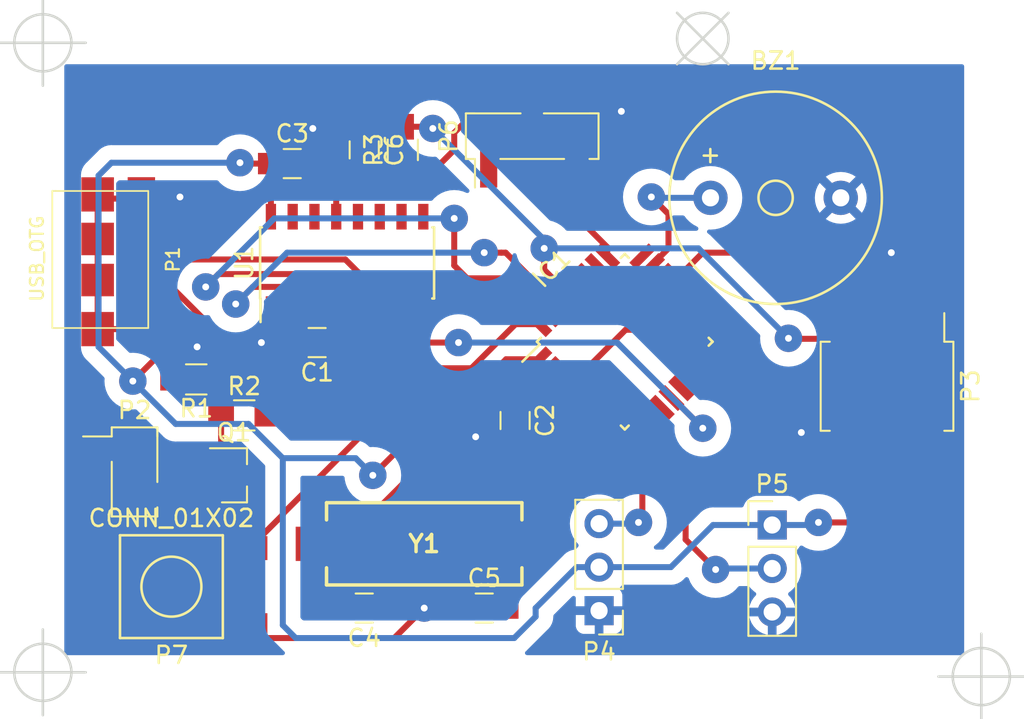
<source format=kicad_pcb>
(kicad_pcb (version 20221018) (generator pcbnew)
  (layers (0 "F.Cu" signal) (31 "B.Cu" signal) (34 "B.Paste" user) (35 "F.Paste" user) (36 "B.SilkS" user "B.Silkscreen") (37 "F.SilkS" user "F.Silkscreen") (38 "B.Mask" user) (39 "F.Mask" user) (44 "Edge.Cuts" user))
  (net 0 "")
  (net 1 "Net-(P1-Pad6)")
  (net 2 "+5V")
  (net 3 "Net-(P1-Pad2)")
  (net 4 "Net-(P1-Pad3)")
  (net 5 "Net-(P1-Pad4)")
  (net 6 "GND")
  (net 7 "Net-(C4-Pad2)")
  (net 8 "Net-(C5-Pad2)")
  (net 9 "Net-(P2-Pad1)")
  (net 10 "Net-(P2-Pad2)")
  (net 11 "Net-(Q1-Pad1)")
  (net 12 "ENABLE_RELAY")
  (net 13 "RESET")
  (net 14 "MOSI")
  (net 15 "SCK")
  (net 16 "MISO")
  (net 17 "XMIT")
  (net 18 "Net-(IC1-Pad2)")
  (net 19 "Net-(IC1-Pad3)")
  (net 20 "CLKOUT")
  (net 21 "Net-(IC1-Pad11)")
  (net 22 "Net-(IC1-Pad14)")
  (net 23 "Net-(C1-Pad1)")
  (net 24 "Net-(U1-Pad9)")
  (net 25 "Net-(U1-Pad10)")
  (net 26 "Net-(U1-Pad11)")
  (net 27 "Net-(U1-Pad12)")
  (net 28 "Net-(U1-Pad14)")
  (net 29 "Net-(U1-Pad15)")
  (net 30 "Net-(U1-Pad8)")
  (net 31 "TEMP")
  (net 32 "Net-(IC1-Pad30)")
  (net 33 "Net-(IC1-Pad31)")
  (net 34 "BUZZER")
  (net 35 "Net-(IC1-Pad28)")
  (net 36 "Net-(IC1-Pad27)")
  (net 37 "Net-(IC1-Pad26)")
  (net 38 "LED")
  (net 39 "Net-(IC1-Pad22)")
  (net 40 "Net-(IC1-Pad20)")
  (net 41 "Net-(IC1-Pad19)")
  (net 42 "Net-(IC1-Pad13)")
  (net 43 "Net-(IC1-Pad6)")
  (net 44 "Net-(IC1-Pad24)")
  (net 45 "SWITCH")
  (net 46 "Net-(C6-Pad2)")
  (footprint "osminog:MICRO-B_USB-INVERTED" (layer "F.Cu") (at 99 50.4 -90)
    (fp_text reference "P1" (at 0 -5.842 270) (layer "F.SilkS") (effects (font (size 0.762 0.762) (thickness 0.127))))
    (fp_text value "USB_OTG" (at -0.05 2.09 270) (layer "F.SilkS") (effects (font (size 0.762 0.762) (thickness 0.127))))
    (fp_line (start -4.0005 -4.39928) (end 4.0005 -4.39928) (stroke (width 0.09906)) (layer "F.SilkS"))
    (fp_line (start -4.0005 1.00076) (end -4.0005 -4.39928) (stroke (width 0.09906)) (layer "F.SilkS"))
    (fp_line (start -4.0005 1.00076) (end -4.0005 1.19888) (stroke (width 0.09906)) (layer "F.SilkS"))
    (fp_line (start 4.0005 -4.39928) (end 4.0005 1.00076) (stroke (width 0.09906)) (layer "F.SilkS"))
    (fp_line (start 4.0005 1.00076) (end 4.0005 1.19888) (stroke (width 0.09906)) (layer "F.SilkS"))
    (fp_line (start 4.0005 1.19888) (end -4.0005 1.19888) (stroke (width 0.09906)) (layer "F.SilkS"))
    (pad "1" smd rect (at 1.29794 -4.12496 270) (size 0.39878 1.3462) (layers "F.Cu" "F.Paste" "F.Mask") (net 2 "+5V") (clearance 0.2032))
    (pad "2" smd rect (at 0.6477 -4.12496 270) (size 0.39878 1.3462) (layers "F.Cu" "F.Paste" "F.Mask") (net 3 "Net-(P1-Pad2)") (clearance 0.2032))
    (pad "3" smd rect (at 0 -4.12496 270) (size 0.39878 1.3462) (layers "F.Cu" "F.Paste" "F.Mask") (net 4 "Net-(P1-Pad3)") (clearance 0.2032))
    (pad "4" smd rect (at -0.6477 -4.12496 270) (size 0.39878 1.3462) (layers "F.Cu" "F.Paste" "F.Mask") (net 5 "Net-(P1-Pad4)") (clearance 0.2032))
    (pad "5" smd rect (at -1.29794 -4.12496 270) (size 0.39878 1.3462) (layers "F.Cu" "F.Paste" "F.Mask") (net 6 "GND") (clearance 0.2032))
    (pad "6" smd rect (at -3.79984 -1.4478 270) (size 2 1.89738) (layers "F.Cu" "F.Paste" "F.Mask") (net 1 "Net-(P1-Pad6)"))
    (pad "6" smd rect (at -3.556 -3.99796 270) (size 2.5 1.59766) (layers "F.Cu" "F.Paste" "F.Mask") (net 1 "Net-(P1-Pad6)"))
    (pad "6" smd rect (at -1.19888 -1.4478 270) (size 1.89738 1.89738) (layers "F.Cu" "F.Paste" "F.Mask") (net 1 "Net-(P1-Pad6)"))
    (pad "6" smd rect (at 1.19888 -1.4478 270) (size 1.89992 1.89738) (layers "F.Cu" "F.Paste" "F.Mask") (net 1 "Net-(P1-Pad6)"))
    (pad "6" smd rect (at 3.81 -3.99796 270) (size 2.5 1.59766) (layers "F.Cu" "F.Paste" "F.Mask") (net 1 "Net-(P1-Pad6)"))
    (pad "6" smd rect (at 4.064 -1.4478 270) (size 2 1.89738) (layers "F.Cu" "F.Paste" "F.Mask") (net 1 "Net-(P1-Pad6)"))
  )
  (footprint "greatscottgadgets/gsg-kicad-lib/gsg-modules.pretty:HC-49S" (layer "F.Cu") (at 119.5 67)
    (fp_text reference "Y1" (at 0 0) (layer "F.SilkS") (effects (font (size 1.00076 1.00076) (thickness 0.2032))))
    (fp_text value "12" hide)
    (fp_line (start -5.69976 -2.4003) (end -5.69976 -1.39954) (stroke (width 0.2032)) (layer "F.SilkS"))
    (fp_line (start -5.69976 -2.4003) (end 5.69976 -2.4003) (stroke (width 0.2032)) (layer "F.SilkS"))
    (fp_line (start -5.69976 2.4003) (end -5.69976 1.39954) (stroke (width 0.2032)) (layer "F.SilkS"))
    (fp_line (start -5.69976 2.4003) (end 5.69976 2.4003) (stroke (width 0.2032)) (layer "F.SilkS"))
    (fp_line (start 5.69976 -2.4003) (end 5.69976 -1.39954) (stroke (width 0.2032)) (layer "F.SilkS"))
    (fp_line (start 5.69976 2.4003) (end 5.69976 1.39954) (stroke (width 0.2032)) (layer "F.SilkS"))
    (pad "1" smd rect (at -4.7498 0) (size 5.4991 1.99898) (layers "F.Cu" "F.Paste" "F.Mask") (net 7 "Net-(C4-Pad2)"))
    (pad "2" smd rect (at 4.7498 0) (size 5.4991 1.99898) (layers "F.Cu" "F.Paste" "F.Mask") (net 8 "Net-(C5-Pad2)"))
  )
  (footprint "TO_SOT_Packages_SMD:SOT-23" (layer "F.Cu") (at 108.4 63)
    (fp_text reference "Q1" (at 0 -2.5) (layer "F.SilkS"))
    (fp_text value "BSS138")
    (fp_line (start 0.76 -1.58) (end -1.4 -1.58) (stroke (width 0.12)) (layer "F.SilkS"))
    (fp_line (start 0.76 -1.58) (end 0.76 -0.65) (stroke (width 0.12)) (layer "F.SilkS"))
    (fp_line (start 0.76 1.58) (end -0.7 1.58) (stroke (width 0.12)) (layer "F.SilkS"))
    (fp_line (start 0.76 1.58) (end 0.76 0.65) (stroke (width 0.12)) (layer "F.SilkS"))
    (pad "1" smd rect (at -1 -0.95) (size 0.9 0.8) (layers "F.Cu" "F.Paste" "F.Mask") (net 11 "Net-(Q1-Pad1)"))
    (pad "2" smd rect (at -1 0.95) (size 0.9 0.8) (layers "F.Cu" "F.Paste" "F.Mask") (net 10 "Net-(P2-Pad2)"))
    (pad "3" smd rect (at 1 0) (size 0.9 0.8) (layers "F.Cu" "F.Paste" "F.Mask") (net 9 "Net-(P2-Pad1)"))
  )
  (footprint "Resistors_SMD:R_0805_HandSoldering" (layer "F.Cu") (at 106.2 57.4 180)
    (fp_text reference "R1" (at 0 -1.7 180) (layer "F.SilkS"))
    (fp_text value "10k")
    (fp_line (start -0.6 -0.88) (end 0.6 -0.88) (stroke (width 0.12)) (layer "F.SilkS"))
    (fp_line (start 0.6 0.88) (end -0.6 0.88) (stroke (width 0.12)) (layer "F.SilkS"))
    (pad "1" smd rect (at -1.35 0 180) (size 1.5 1.3) (layers "F.Cu" "F.Paste" "F.Mask") (net 11 "Net-(Q1-Pad1)"))
    (pad "2" smd rect (at 1.35 0 180) (size 1.5 1.3) (layers "F.Cu" "F.Paste" "F.Mask") (net 6 "GND"))
  )
  (footprint "Resistors_SMD:R_0805_HandSoldering" (layer "F.Cu") (at 109 59.5)
    (fp_text reference "R2" (at 0 -1.7) (layer "F.SilkS"))
    (fp_text value "470")
    (fp_line (start -0.6 -0.88) (end 0.6 -0.88) (stroke (width 0.12)) (layer "F.SilkS"))
    (fp_line (start 0.6 0.88) (end -0.6 0.88) (stroke (width 0.12)) (layer "F.SilkS"))
    (pad "1" smd rect (at -1.35 0) (size 1.5 1.3) (layers "F.Cu" "F.Paste" "F.Mask") (net 11 "Net-(Q1-Pad1)"))
    (pad "2" smd rect (at 1.35 0) (size 1.5 1.3) (layers "F.Cu" "F.Paste" "F.Mask") (net 12 "ENABLE_RELAY"))
  )
  (footprint "KiCad/Pin_Headers.pretty:Pin_Header_Straight_2x03_Pitch2.54mm_SMD" (layer "F.Cu") (at 146.5 57.8 -90)
    (fp_text reference "P3" (at 0 -4.87 270) (layer "F.SilkS"))
    (fp_text value "CONN_02X03")
    (fp_line (start -4.27 -3.34) (end -2.6 -3.34) (stroke (width 0.12)) (layer "F.SilkS"))
    (fp_line (start -2.6 -3.87) (end 2.6 -3.87) (stroke (width 0.12)) (layer "F.SilkS"))
    (fp_line (start -2.6 -3.34) (end -2.6 -3.87) (stroke (width 0.12)) (layer "F.SilkS"))
    (fp_line (start -2.6 3.34) (end -2.6 3.87) (stroke (width 0.12)) (layer "F.SilkS"))
    (fp_line (start -2.6 3.87) (end 2.6 3.87) (stroke (width 0.12)) (layer "F.SilkS"))
    (fp_line (start 2.6 -3.87) (end 2.6 -3.34) (stroke (width 0.12)) (layer "F.SilkS"))
    (fp_line (start 2.6 3.87) (end 2.6 3.34) (stroke (width 0.12)) (layer "F.SilkS"))
    (pad "1" smd rect (at -2.77 -2.54 270) (size 3 1) (layers "F.Cu" "F.Mask") (net 16 "MISO"))
    (pad "2" smd rect (at 2.77 -2.54 270) (size 3 1) (layers "F.Cu" "F.Mask") (net 2 "+5V"))
    (pad "3" smd rect (at -2.77 0 270) (size 3 1) (layers "F.Cu" "F.Mask") (net 15 "SCK"))
    (pad "4" smd rect (at 2.77 0 270) (size 3 1) (layers "F.Cu" "F.Mask") (net 14 "MOSI"))
    (pad "5" smd rect (at -2.77 2.54 270) (size 3 1) (layers "F.Cu" "F.Mask") (net 13 "RESET"))
    (pad "6" smd rect (at 2.77 2.54 270) (size 3 1) (layers "F.Cu" "F.Mask") (net 6 "GND"))
  )
  (footprint "KiCad/Pin_Headers.pretty:Pin_Header_Straight_1x03_Pitch2.54mm" (layer "F.Cu") (at 129.7 70.9 180)
    (fp_text reference "P4" (at 0 -2.39 180) (layer "F.SilkS"))
    (fp_text value "CONN_01X03")
    (fp_line (start -1.39 -1.39) (end 0 -1.39) (stroke (width 0.12)) (layer "F.SilkS"))
    (fp_line (start -1.39 0) (end -1.39 -1.39) (stroke (width 0.12)) (layer "F.SilkS"))
    (fp_line (start -1.39 1.27) (end -1.39 6.47) (stroke (width 0.12)) (layer "F.SilkS"))
    (fp_line (start -1.39 6.47) (end 1.39 6.47) (stroke (width 0.12)) (layer "F.SilkS"))
    (fp_line (start 1.39 1.27) (end -1.39 1.27) (stroke (width 0.12)) (layer "F.SilkS"))
    (fp_line (start 1.39 6.47) (end 1.39 1.27) (stroke (width 0.12)) (layer "F.SilkS"))
    (pad "1" thru_hole rect (at 0 0 180) (size 1.7 1.7) (drill 1) (layers "*.Cu" "*.Mask") (net 6 "GND"))
    (pad "2" thru_hole oval (at 0 2.54 180) (size 1.7 1.7) (drill 1) (layers "*.Cu" "*.Mask") (net 2 "+5V"))
    (pad "3" thru_hole oval (at 0 5.08 180) (size 1.7 1.7) (drill 1) (layers "*.Cu" "*.Mask") (net 17 "XMIT"))
  )
  (footprint "KiCad/Pin_Headers.pretty:Pin_Header_Straight_1x03_Pitch2.54mm" (layer "F.Cu") (at 139.8 65.9)
    (fp_text reference "P5" (at 0 -2.39) (layer "F.SilkS"))
    (fp_text value "CONN_01X03")
    (fp_line (start -1.39 -1.39) (end 0 -1.39) (stroke (width 0.12)) (layer "F.SilkS"))
    (fp_line (start -1.39 0) (end -1.39 -1.39) (stroke (width 0.12)) (layer "F.SilkS"))
    (fp_line (start -1.39 1.27) (end -1.39 6.47) (stroke (width 0.12)) (layer "F.SilkS"))
    (fp_line (start -1.39 6.47) (end 1.39 6.47) (stroke (width 0.12)) (layer "F.SilkS"))
    (fp_line (start 1.39 1.27) (end -1.39 1.27) (stroke (width 0.12)) (layer "F.SilkS"))
    (fp_line (start 1.39 6.47) (end 1.39 1.27) (stroke (width 0.12)) (layer "F.SilkS"))
    (pad "1" thru_hole rect (at 0 0) (size 1.7 1.7) (drill 1) (layers "*.Cu" "*.Mask") (net 2 "+5V"))
    (pad "2" thru_hole oval (at 0 2.54) (size 1.7 1.7) (drill 1) (layers "*.Cu" "*.Mask") (net 31 "TEMP"))
    (pad "3" thru_hole oval (at 0 5.08) (size 1.7 1.7) (drill 1) (layers "*.Cu" "*.Mask") (net 6 "GND"))
  )
  (footprint "KiCad/Pin_Headers.pretty:Pin_Header_Straight_1x02_Pitch2.54mm_SMD_Pin1Left" (layer "F.Cu") (at 102.6 62.8)
    (fp_text reference "P2" (at 0 -3.6) (layer "F.SilkS"))
    (fp_text value "CONN_01X02")
    (fp_line (start -1.33 -2.6) (end 1.33 -2.6) (stroke (width 0.12)) (layer "F.SilkS"))
    (fp_line (start -1.33 -2.07) (end -3 -2.07) (stroke (width 0.12)) (layer "F.SilkS"))
    (fp_line (start -1.33 -2.07) (end -1.33 -2.6) (stroke (width 0.12)) (layer "F.SilkS"))
    (fp_line (start -1.33 -0.59) (end -1.33 2.6) (stroke (width 0.12)) (layer "F.SilkS"))
    (fp_line (start -1.33 2.07) (end -1.33 2.6) (stroke (width 0.12)) (layer "F.SilkS"))
    (fp_line (start -1.33 2.6) (end 1.33 2.6) (stroke (width 0.12)) (layer "F.SilkS"))
    (fp_line (start 1.33 -2.6) (end 1.33 -2.07) (stroke (width 0.12)) (layer "F.SilkS"))
    (fp_line (start 1.33 -2.6) (end 1.33 0.59) (stroke (width 0.12)) (layer "F.SilkS"))
    (fp_line (start 1.33 2.6) (end 1.33 2.07) (stroke (width 0.12)) (layer "F.SilkS"))
    (pad "1" smd rect (at -1.5 -1.27) (size 3 1) (layers "F.Cu" "F.Mask") (net 9 "Net-(P2-Pad1)"))
    (pad "2" smd rect (at 1.5 1.27) (size 3 1) (layers "F.Cu" "F.Mask") (net 10 "Net-(P2-Pad2)"))
  )
  (footprint "KiCad/Housings_SOIC.pretty:SOIC-16_3.9x9.9mm_Pitch1.27mm" (layer "F.Cu") (at 115 50.6 90)
    (fp_text reference "U1" (at 0 -6 90) (layer "F.SilkS"))
    (fp_text value "CH340G")
    (fp_line (start -2.075 -5.075) (end -2.075 -5.05) (stroke (width 0.15)) (layer "F.SilkS"))
    (fp_line (start -2.075 -5.075) (end 2.075 -5.075) (stroke (width 0.15)) (layer "F.SilkS"))
    (fp_line (start -2.075 -5.05) (end -3.45 -5.05) (stroke (width 0.15)) (layer "F.SilkS"))
    (fp_line (start -2.075 5.075) (end -2.075 4.97) (stroke (width 0.15)) (layer "F.SilkS"))
    (fp_line (start -2.075 5.075) (end 2.075 5.075) (stroke (width 0.15)) (layer "F.SilkS"))
    (fp_line (start 2.075 -5.075) (end 2.075 -4.97) (stroke (width 0.15)) (layer "F.SilkS"))
    (fp_line (start 2.075 5.075) (end 2.075 4.97) (stroke (width 0.15)) (layer "F.SilkS"))
    (pad "1" smd rect (at -2.7 -4.445 90) (size 1.5 0.6) (layers "F.Cu" "F.Paste" "F.Mask") (net 6 "GND"))
    (pad "2" smd rect (at -2.7 -3.175 90) (size 1.5 0.6) (layers "F.Cu" "F.Paste" "F.Mask") (net 32 "Net-(IC1-Pad30)"))
    (pad "3" smd rect (at -2.7 -1.905 90) (size 1.5 0.6) (layers "F.Cu" "F.Paste" "F.Mask") (net 33 "Net-(IC1-Pad31)"))
    (pad "4" smd rect (at -2.7 -0.635 90) (size 1.5 0.6) (layers "F.Cu" "F.Paste" "F.Mask") (net 23 "Net-(C1-Pad1)"))
    (pad "5" smd rect (at -2.7 0.635 90) (size 1.5 0.6) (layers "F.Cu" "F.Paste" "F.Mask") (net 4 "Net-(P1-Pad3)"))
    (pad "6" smd rect (at -2.7 1.905 90) (size 1.5 0.6) (layers "F.Cu" "F.Paste" "F.Mask") (net 3 "Net-(P1-Pad2)"))
    (pad "7" smd rect (at -2.7 3.175 90) (size 1.5 0.6) (layers "F.Cu" "F.Paste" "F.Mask") (net 20 "CLKOUT"))
    (pad "8" smd rect (at -2.7 4.445 90) (size 1.5 0.6) (layers "F.Cu" "F.Paste" "F.Mask") (net 30 "Net-(U1-Pad8)"))
    (pad "9" smd rect (at 2.7 4.445 90) (size 1.5 0.6) (layers "F.Cu" "F.Paste" "F.Mask") (net 24 "Net-(U1-Pad9)"))
    (pad "10" smd rect (at 2.7 3.175 90) (size 1.5 0.6) (layers "F.Cu" "F.Paste" "F.Mask") (net 25 "Net-(U1-Pad10)"))
    (pad "11" smd rect (at 2.7 1.905 90) (size 1.5 0.6) (layers "F.Cu" "F.Paste" "F.Mask") (net 26 "Net-(U1-Pad11)"))
    (pad "12" smd rect (at 2.7 0.635 90) (size 1.5 0.6) (layers "F.Cu" "F.Paste" "F.Mask") (net 27 "Net-(U1-Pad12)"))
    (pad "13" smd rect (at 2.7 -0.635 90) (size 1.5 0.6) (layers "F.Cu" "F.Paste" "F.Mask") (net 46 "Net-(C6-Pad2)"))
    (pad "14" smd rect (at 2.7 -1.905 90) (size 1.5 0.6) (layers "F.Cu" "F.Paste" "F.Mask") (net 28 "Net-(U1-Pad14)"))
    (pad "15" smd rect (at 2.7 -3.175 90) (size 1.5 0.6) (layers "F.Cu" "F.Paste" "F.Mask") (net 29 "Net-(U1-Pad15)"))
    (pad "16" smd rect (at 2.7 -4.445 90) (size 1.5 0.6) (layers "F.Cu" "F.Paste" "F.Mask") (net 2 "+5V"))
  )
  (footprint "KiCad/Buzzers_Beepers.pretty:Buzzer_12x9.5RM7.6" (layer "F.Cu") (at 140 46.8)
    (fp_text reference "BZ1" (at 0 -8.001) (layer "F.SilkS"))
    (fp_text value "Buzzer")
    (fp_text user "+" (at -3.81 -2.54) (layer "F.SilkS"))
    (fp_circle (center 0 0) (end 1.00076 0) (stroke (width 0.15)) (fill none) (layer "F.SilkS"))
    (fp_circle (center 0 0) (end 6.20014 0) (stroke (width 0.15)) (fill none) (layer "F.SilkS"))
    (pad "1" thru_hole circle (at -3.79984 0) (size 2 2) (drill 1.00076) (layers "*.Cu" "*.Mask") (net 34 "BUZZER"))
    (pad "2" thru_hole circle (at 3.79984 0) (size 2 2) (drill 1.00076) (layers "*.Cu" "*.Mask") (net 6 "GND"))
  )
  (footprint "Housings_QFP:TQFP-32_7x7mm_Pitch0.8mm" (layer "F.Cu") (at 131.2 55.2 45)
    (fp_text reference "IC1" (at 0 -6.05 45) (layer "F.SilkS"))
    (fp_text value "ATMEGA328PB-A")
    (fp_line (start -3.625 -3.625) (end -3.625 -3.4) (stroke (width 0.15)) (layer "F.SilkS"))
    (fp_line (start -3.625 -3.625) (end -3.3 -3.625) (stroke (width 0.15)) (layer "F.SilkS"))
    (fp_line (start -3.625 -3.4) (end -5.05 -3.4) (stroke (width 0.15)) (layer "F.SilkS"))
    (fp_line (start -3.625 3.625) (end -3.625 3.3) (stroke (width 0.15)) (layer "F.SilkS"))
    (fp_line (start -3.625 3.625) (end -3.3 3.625) (stroke (width 0.15)) (layer "F.SilkS"))
    (fp_line (start 3.625 -3.625) (end 3.3 -3.625) (stroke (width 0.15)) (layer "F.SilkS"))
    (fp_line (start 3.625 -3.625) (end 3.625 -3.3) (stroke (width 0.15)) (layer "F.SilkS"))
    (fp_line (start 3.625 3.625) (end 3.3 3.625) (stroke (width 0.15)) (layer "F.SilkS"))
    (fp_line (start 3.625 3.625) (end 3.625 3.3) (stroke (width 0.15)) (layer "F.SilkS"))
    (pad "1" smd rect (at -4.25 -2.8 45) (size 1.6 0.55) (layers "F.Cu" "F.Paste" "F.Mask") (net 45 "SWITCH"))
    (pad "2" smd rect (at -4.25 -2 45) (size 1.6 0.55) (layers "F.Cu" "F.Paste" "F.Mask") (net 18 "Net-(IC1-Pad2)"))
    (pad "3" smd rect (at -4.25 -1.2 45) (size 1.6 0.55) (layers "F.Cu" "F.Paste" "F.Mask") (net 19 "Net-(IC1-Pad3)"))
    (pad "4" smd rect (at -4.25 -0.4 45) (size 1.6 0.55) (layers "F.Cu" "F.Paste" "F.Mask") (net 2 "+5V"))
    (pad "5" smd rect (at -4.25 0.4 45) (size 1.6 0.55) (layers "F.Cu" "F.Paste" "F.Mask") (net 6 "GND"))
    (pad "6" smd rect (at -4.25 1.2 45) (size 1.6 0.55) (layers "F.Cu" "F.Paste" "F.Mask") (net 43 "Net-(IC1-Pad6)"))
    (pad "7" smd rect (at -4.25 2 45) (size 1.6 0.55) (layers "F.Cu" "F.Paste" "F.Mask") (net 7 "Net-(C4-Pad2)"))
    (pad "8" smd rect (at -4.25 2.8 45) (size 1.6 0.55) (layers "F.Cu" "F.Paste" "F.Mask") (net 8 "Net-(C5-Pad2)"))
    (pad "9" smd rect (at -2.8 4.25 135) (size 1.6 0.55) (layers "F.Cu" "F.Paste" "F.Mask") (net 17 "XMIT"))
    (pad "10" smd rect (at -2 4.25 135) (size 1.6 0.55) (layers "F.Cu" "F.Paste" "F.Mask") (net 31 "TEMP"))
    (pad "11" smd rect (at -1.2 4.25 135) (size 1.6 0.55) (layers "F.Cu" "F.Paste" "F.Mask") (net 21 "Net-(IC1-Pad11)"))
    (pad "12" smd rect (at -0.4 4.25 135) (size 1.6 0.55) (layers "F.Cu" "F.Paste" "F.Mask") (net 20 "CLKOUT"))
    (pad "13" smd rect (at 0.4 4.25 135) (size 1.6 0.55) (layers "F.Cu" "F.Paste" "F.Mask") (net 42 "Net-(IC1-Pad13)"))
    (pad "14" smd rect (at 1.2 4.25 135) (size 1.6 0.55) (layers "F.Cu" "F.Paste" "F.Mask") (net 22 "Net-(IC1-Pad14)"))
    (pad "15" smd rect (at 2 4.25 135) (size 1.6 0.55) (layers "F.Cu" "F.Paste" "F.Mask") (net 14 "MOSI"))
    (pad "16" smd rect (at 2.8 4.25 135) (size 1.6 0.55) (layers "F.Cu" "F.Paste" "F.Mask") (net 16 "MISO"))
    (pad "17" smd rect (at 4.25 2.8 45) (size 1.6 0.55) (layers "F.Cu" "F.Paste" "F.Mask") (net 15 "SCK"))
    (pad "18" smd rect (at 4.25 2 45) (size 1.6 0.55) (layers "F.Cu" "F.Paste" "F.Mask") (net 2 "+5V"))
    (pad "19" smd rect (at 4.25 1.2 45) (size 1.6 0.55) (layers "F.Cu" "F.Paste" "F.Mask") (net 41 "Net-(IC1-Pad19)"))
    (pad "20" smd rect (at 4.25 0.4 45) (size 1.6 0.55) (layers "F.Cu" "F.Paste" "F.Mask") (net 40 "Net-(IC1-Pad20)"))
    (pad "21" smd rect (at 4.25 -0.4 45) (size 1.6 0.55) (layers "F.Cu" "F.Paste" "F.Mask") (net 6 "GND"))
    (pad "22" smd rect (at 4.25 -1.2 45) (size 1.6 0.55) (layers "F.Cu" "F.Paste" "F.Mask") (net 39 "Net-(IC1-Pad22)"))
    (pad "23" smd rect (at 4.25 -2 45) (size 1.6 0.55) (layers "F.Cu" "F.Paste" "F.Mask") (net 34 "BUZZER"))
    (pad "24" smd rect (at 4.25 -2.8 45) (size 1.6 0.55) (layers "F.Cu" "F.Paste" "F.Mask") (net 44 "Net-(IC1-Pad24)"))
    (pad "25" smd rect (at 2.8 -4.25 135) (size 1.6 0.55) (layers "F.Cu" "F.Paste" "F.Mask") (net 38 "LED"))
    (pad "26" smd rect (at 2 -4.25 135) (size 1.6 0.55) (layers "F.Cu" "F.Paste" "F.Mask") (net 37 "Net-(IC1-Pad26)"))
    (pad "27" smd rect (at 1.2 -4.25 135) (size 1.6 0.55) (layers "F.Cu" "F.Paste" "F.Mask") (net 36 "Net-(IC1-Pad27)"))
    (pad "28" smd rect (at 0.4 -4.25 135) (size 1.6 0.55) (layers "F.Cu" "F.Paste" "F.Mask") (net 35 "Net-(IC1-Pad28)"))
    (pad "29" smd rect (at -0.4 -4.25 135) (size 1.6 0.55) (layers "F.Cu" "F.Paste" "F.Mask") (net 13 "RESET"))
    (pad "30" smd rect (at -1.2 -4.25 135) (size 1.6 0.55) (layers "F.Cu" "F.Paste" "F.Mask") (net 32 "Net-(IC1-Pad30)"))
    (pad "31" smd rect (at -2 -4.25 135) (size 1.6 0.55) (layers "F.Cu" "F.Paste" "F.Mask") (net 33 "Net-(IC1-Pad31)"))
    (pad "32" smd rect (at -2.8 -4.25 135) (size 1.6 0.55) (layers "F.Cu" "F.Paste" "F.Mask") (net 12 "ENABLE_RELAY"))
  )
  (footprint "Capacitors_SMD:C_0805_HandSoldering" (layer "F.Cu") (at 113.25 55.25 180)
    (fp_text reference "C1" (at 0 -1.75 180) (layer "F.SilkS"))
    (fp_text value "0.1u")
    (fp_line (start -0.5 0.85) (end 0.5 0.85) (stroke (width 0.12)) (layer "F.SilkS"))
    (fp_line (start 0.5 -0.85) (end -0.5 -0.85) (stroke (width 0.12)) (layer "F.SilkS"))
    (pad "1" smd rect (at -1.25 0 180) (size 1.5 1.25) (layers "F.Cu" "F.Paste" "F.Mask") (net 23 "Net-(C1-Pad1)"))
    (pad "2" smd rect (at 1.25 0 180) (size 1.5 1.25) (layers "F.Cu" "F.Paste" "F.Mask") (net 6 "GND"))
  )
  (footprint "Capacitors_SMD:C_0805_HandSoldering" (layer "F.Cu") (at 124.8 59.8 -90)
    (fp_text reference "C2" (at 0 -1.75 270) (layer "F.SilkS"))
    (fp_text value "0.1u")
    (fp_line (start -0.5 0.85) (end 0.5 0.85) (stroke (width 0.12)) (layer "F.SilkS"))
    (fp_line (start 0.5 -0.85) (end -0.5 -0.85) (stroke (width 0.12)) (layer "F.SilkS"))
    (pad "1" smd rect (at -1.25 0 270) (size 1.5 1.25) (layers "F.Cu" "F.Paste" "F.Mask") (net 2 "+5V"))
    (pad "2" smd rect (at 1.25 0 270) (size 1.5 1.25) (layers "F.Cu" "F.Paste" "F.Mask") (net 6 "GND"))
  )
  (footprint "Capacitors_SMD:C_0805_HandSoldering" (layer "F.Cu") (at 111.8 44.8)
    (fp_text reference "C3" (at 0 -1.75) (layer "F.SilkS"))
    (fp_text value "0.1u")
    (fp_line (start -0.5 0.85) (end 0.5 0.85) (stroke (width 0.12)) (layer "F.SilkS"))
    (fp_line (start 0.5 -0.85) (end -0.5 -0.85) (stroke (width 0.12)) (layer "F.SilkS"))
    (pad "1" smd rect (at -1.25 0) (size 1.5 1.25) (layers "F.Cu" "F.Paste" "F.Mask") (net 2 "+5V"))
    (pad "2" smd rect (at 1.25 0) (size 1.5 1.25) (layers "F.Cu" "F.Paste" "F.Mask") (net 6 "GND"))
  )
  (footprint "Capacitors_SMD:C_0805_HandSoldering" (layer "F.Cu") (at 116 70.75 180)
    (fp_text reference "C4" (at 0 -1.75 180) (layer "F.SilkS"))
    (fp_text value "22p")
    (fp_line (start -0.5 0.85) (end 0.5 0.85) (stroke (width 0.12)) (layer "F.SilkS"))
    (fp_line (start 0.5 -0.85) (end -0.5 -0.85) (stroke (width 0.12)) (layer "F.SilkS"))
    (pad "1" smd rect (at -1.25 0 180) (size 1.5 1.25) (layers "F.Cu" "F.Paste" "F.Mask") (net 6 "GND"))
    (pad "2" smd rect (at 1.25 0 180) (size 1.5 1.25) (layers "F.Cu" "F.Paste" "F.Mask") (net 7 "Net-(C4-Pad2)"))
  )
  (footprint "Capacitors_SMD:C_0805_HandSoldering" (layer "F.Cu") (at 123 70.75)
    (fp_text reference "C5" (at 0 -1.75) (layer "F.SilkS"))
    (fp_text value "22p")
    (fp_line (start -0.5 0.85) (end 0.5 0.85) (stroke (width 0.12)) (layer "F.SilkS"))
    (fp_line (start 0.5 -0.85) (end -0.5 -0.85) (stroke (width 0.12)) (layer "F.SilkS"))
    (pad "1" smd rect (at -1.25 0) (size 1.5 1.25) (layers "F.Cu" "F.Paste" "F.Mask") (net 6 "GND"))
    (pad "2" smd rect (at 1.25 0) (size 1.5 1.25) (layers "F.Cu" "F.Paste" "F.Mask") (net 8 "Net-(C5-Pad2)"))
  )
  (footprint "KiCad/Pin_Headers.pretty:Pin_Header_Straight_1x03_Pitch2.54mm_SMD_Pin1Left" (layer "F.Cu") (at 125.8 43.2 90)
    (fp_text reference "P6" (at 0 -4.87 90) (layer "F.SilkS"))
    (fp_text value "CONN_01X03")
    (fp_line (start -1.33 -3.87) (end 1.33 -3.87) (stroke (width 0.12)) (layer "F.SilkS"))
    (fp_line (start -1.33 -3.34) (end -3 -3.34) (stroke (width 0.12)) (layer "F.SilkS"))
    (fp_line (start -1.33 -3.34) (end -1.33 -3.87) (stroke (width 0.12)) (layer "F.SilkS"))
    (fp_line (start -1.33 -1.86) (end -1.33 1.86) (stroke (width 0.12)) (layer "F.SilkS"))
    (fp_line (start -1.33 3.34) (end -1.33 3.87) (stroke (width 0.12)) (layer "F.SilkS"))
    (fp_line (start -1.33 3.87) (end 1.33 3.87) (stroke (width 0.12)) (layer "F.SilkS"))
    (fp_line (start 1.33 -3.87) (end 1.33 -3.34) (stroke (width 0.12)) (layer "F.SilkS"))
    (fp_line (start 1.33 -3.87) (end 1.33 -0.68) (stroke (width 0.12)) (layer "F.SilkS"))
    (fp_line (start 1.33 0.68) (end 1.33 3.87) (stroke (width 0.12)) (layer "F.SilkS"))
    (fp_line (start 1.33 3.87) (end 1.33 3.34) (stroke (width 0.12)) (layer "F.SilkS"))
    (pad "1" smd rect (at -1.5 -2.54 90) (size 3 1) (layers "F.Cu" "F.Mask") (net 6 "GND"))
    (pad "2" smd rect (at 1.5 0 90) (size 3 1) (layers "F.Cu" "F.Mask") (net 2 "+5V"))
    (pad "3" smd rect (at -1.5 2.54 90) (size 3 1) (layers "F.Cu" "F.Mask") (net 38 "LED"))
  )
  (footprint "ojousima/Switches_buttons.pretty:SWITCH_FSM_JSM_off-mom" (layer "F.Cu") (at 104.75 69.5 90)
    (fp_text reference "P7" (at -4 0 180) (layer "F.SilkS"))
    (fp_text value "CONN_01X02" (at 4 0 180) (layer "F.SilkS"))
    (fp_line (start -3 -3) (end 3 -3) (stroke (width 0.15)) (layer "F.SilkS"))
    (fp_line (start -3 3) (end -3 -3) (stroke (width 0.15)) (layer "F.SilkS"))
    (fp_line (start 3 -3) (end 3 3) (stroke (width 0.15)) (layer "F.SilkS"))
    (fp_line (start 3 3) (end -3 3) (stroke (width 0.15)) (layer "F.SilkS"))
    (fp_circle (center 0 0) (end 1.75 0) (stroke (width 0.15)) (fill none) (layer "F.SilkS"))
    (pad "1" smd rect (at 2.25 -4.55 90) (size 1.4 2.1) (layers "F.Cu" "F.Paste" "F.Mask") (net 45 "SWITCH"))
    (pad "1" smd rect (at 2.25 4.55 90) (size 1.4 2.1) (layers "F.Cu" "F.Paste" "F.Mask") (net 45 "SWITCH"))
    (pad "2" smd rect (at -2.25 -4.55 90) (size 1.4 2.1) (layers "F.Cu" "F.Paste" "F.Mask") (net 6 "GND"))
    (pad "2" smd rect (at -2.25 4.55 90) (size 1.4 2.1) (layers "F.Cu" "F.Paste" "F.Mask") (net 6 "GND"))
  )
  (footprint "Resistors_SMD:R_0805_HandSoldering" (layer "F.Cu") (at 118.25 44 90)
    (fp_text reference "R3" (at 0 -1.7 90) (layer "F.SilkS"))
    (fp_text value "10k")
    (fp_line (start -0.6 -0.88) (end 0.6 -0.88) (stroke (width 0.12)) (layer "F.SilkS"))
    (fp_line (start 0.6 0.88) (end -0.6 0.88) (stroke (width 0.12)) (layer "F.SilkS"))
    (pad "1" smd rect (at -1.35 0 90) (size 1.5 1.3) (layers "F.Cu" "F.Paste" "F.Mask") (net 2 "+5V"))
    (pad "2" smd rect (at 1.35 0 90) (size 1.5 1.3) (layers "F.Cu" "F.Paste" "F.Mask") (net 13 "RESET"))
  )
  (footprint "Capacitors_SMD:C_0805_HandSoldering" (layer "F.Cu") (at 116 44 -90)
    (fp_text reference "C6" (at 0 -1.75 270) (layer "F.SilkS"))
    (fp_text value "0.1u")
    (fp_line (start -0.5 0.85) (end 0.5 0.85) (stroke (width 0.12)) (layer "F.SilkS"))
    (fp_line (start 0.5 -0.85) (end -0.5 -0.85) (stroke (width 0.12)) (layer "F.SilkS"))
    (pad "1" smd rect (at -1.25 0 270) (size 1.5 1.25) (layers "F.Cu" "F.Paste" "F.Mask") (net 13 "RESET"))
    (pad "2" smd rect (at 1.25 0 270) (size 1.5 1.25) (layers "F.Cu" "F.Paste" "F.Mask") (net 46 "Net-(C6-Pad2)"))
  )
  (target plus (at 97.25 74.5) (size 5) (width 0.15) (layer "Edge.Cuts"))
  (target plus (at 97.25 37.75) (size 5) (width 0.15) (layer "Edge.Cuts"))
  (target x (at 135.75 37.5) (size 3) (width 0.15) (layer "Edge.Cuts"))
  (target plus (at 152 74.75) (size 5) (width 0.15) (layer "Edge.Cuts"))
  (segment (start 100.69164 46.844) (end 100.4478 46.60016) (width 0.35) (layer "F.Cu") (net 1))
  (segment (start 102.74396 54.464) (end 102.99796 54.21) (width 0.35) (layer "F.Cu") (net 1))
  (segment (start 100.4478 54.464) (end 102.74396 54.464) (width 0.35) (layer "F.Cu") (net 1))
  (segment (start 100.4478 51.59888) (end 100.4478 54.464) (width 0.35) (layer "F.Cu") (net 1))
  (segment (start 102.99796 46.844) (end 100.69164 46.844) (width 0.35) (layer "F.Cu") (net 1))
  (segment (start 100.4478 46.60016) (end 100.4478 49.20112) (width 0.35) (layer "F.Cu") (net 1))
  (segment (start 100.4478 49.20112) (end 100.4478 51.59888) (width 0.35) (layer "F.Cu") (net 1))
  (segment (start 110.555 44.805) (end 110.55 44.8) (width 0.35) (layer "F.Cu") (net 2))
  (segment (start 103.44794 51.69794) (end 105 53.25) (width 0.35) (layer "F.Cu") (net 2))
  (segment (start 105 53.25) (end 105 55) (width 0.35) (layer "F.Cu") (net 2))
  (segment (start 105 55) (end 102.5 57.5) (width 0.35) (layer "F.Cu") (net 2))
  (segment (start 108.75 44.75) (end 108.8 44.8) (width 0.35) (layer "F.Cu") (net 2))
  (segment (start 108.8 44.8) (end 110.55 44.8) (width 0.35) (layer "F.Cu") (net 2))
  (segment (start 125.8 58.55) (end 126 58.75) (width 0.35) (layer "F.Cu") (net 2))
  (segment (start 126 58.75) (end 127.084314 58.75) (width 0.35) (layer "F.Cu") (net 2))
  (segment (start 127.084314 58.75) (end 127.911953 57.922361) (width 0.35) (layer "F.Cu") (net 2))
  (segment (start 127.911953 57.838047) (end 131.25 54.5) (width 0.35) (layer "F.Cu") (net 2))
  (segment (start 131.25 54.5) (end 134.728427 54.5) (width 0.35) (layer "F.Cu") (net 2))
  (segment (start 134.728427 54.5) (end 135.619417 53.60901) (width 0.35) (layer "F.Cu") (net 2))
  (segment (start 149.04 62.96) (end 146.25 65.75) (width 0.35) (layer "F.Cu") (net 2))
  (segment (start 146.25 65.75) (end 142.5 65.75) (width 0.35) (layer "F.Cu") (net 2))
  (segment (start 122.7 58.55) (end 120.25 61) (width 0.35) (layer "F.Cu") (net 2))
  (segment (start 120.25 61) (end 118.5 61) (width 0.35) (layer "F.Cu") (net 2))
  (segment (start 118.5 61) (end 116.5 63) (width 0.35) (layer "F.Cu") (net 2))
  (segment (start 119.9 45.35) (end 121.25 44) (width 0.35) (layer "F.Cu") (net 2))
  (segment (start 121.25 44) (end 121.25 43) (width 0.35) (layer "F.Cu") (net 2))
  (segment (start 121.25 43) (end 122.375 41.875) (width 0.35) (layer "F.Cu") (net 2))
  (segment (start 122.55 41.7) (end 125.8 41.7) (width 0.35) (layer "F.Cu") (net 2))
  (segment (start 122.375 41.875) (end 122.55 41.7) (width 0.35) (layer "F.Cu") (net 2))
  (segment (start 122.375 41.625) (end 120.75 40) (width 0.35) (layer "F.Cu") (net 2))
  (segment (start 120.75 40) (end 112.5 40) (width 0.35) (layer "F.Cu") (net 2))
  (segment (start 112.5 40) (end 110.55 41.95) (width 0.35) (layer "F.Cu") (net 2))
  (segment (start 110.55 41.95) (end 110.55 44.8) (width 0.35) (layer "F.Cu") (net 2))
  (segment (start 149.04 60.57) (end 149.04 62.96) (width 0.35) (layer "F.Cu") (net 2))
  (segment (start 118.25 45.35) (end 119.9 45.35) (width 0.35) (layer "F.Cu") (net 2))
  (segment (start 127.911953 57.922361) (end 127.911953 57.838047) (width 0.35) (layer "F.Cu") (net 2))
  (segment (start 124.8 58.55) (end 122.7 58.55) (width 0.35) (layer "F.Cu") (net 2))
  (segment (start 103.12496 51.69794) (end 103.44794 51.69794) (width 0.35) (layer "F.Cu") (net 2))
  (segment (start 124.8 58.55) (end 125.8 58.55) (width 0.35) (layer "F.Cu") (net 2))
  (segment (start 110.555 47.9) (end 110.555 44.805) (width 0.35) (layer "F.Cu") (net 2))
  (segment (start 122.375 41.875) (end 122.375 41.625) (width 0.35) (layer "F.Cu") (net 2))
  (via (at 116.5 63) (size 1.6) (drill 0.4) (layers "F.Cu" "B.Cu") (net 2))
  (via (at 102.5 57.5) (size 1.6) (drill 0.4) (layers "F.Cu" "B.Cu") (net 2))
  (via (at 142.5 65.75) (size 1.6) (drill 0.4) (layers "F.Cu" "B.Cu") (net 2))
  (via (at 108.75 44.75) (size 1.6) (drill 0.4) (layers "F.Cu" "B.Cu") (net 2))
  (segment (start 102.5 57.5) (end 100.5 55.5) (width 0.35) (layer "B.Cu") (net 2))
  (segment (start 100.5 55.5) (end 100.5 45.5) (width 0.35) (layer "B.Cu") (net 2))
  (segment (start 100.5 45.5) (end 101.25 44.75) (width 0.35) (layer "B.Cu") (net 2))
  (segment (start 101.25 44.75) (end 108.75 44.75) (width 0.35) (layer "B.Cu") (net 2))
  (segment (start 111.25 62) (end 109.25 60) (width 0.35) (layer "B.Cu") (net 2))
  (segment (start 109.25 60) (end 105 60) (width 0.35) (layer "B.Cu") (net 2))
  (segment (start 105 60) (end 102.5 57.5) (width 0.35) (layer "B.Cu") (net 2))
  (segment (start 142.5 65.75) (end 142.35 65.9) (width 0.35) (layer "B.Cu") (net 2))
  (segment (start 142.35 65.9) (end 139.8 65.9) (width 0.35) (layer "B.Cu") (net 2))
  (segment (start 136.35 65.9) (end 133.89 68.36) (width 0.35) (layer "B.Cu") (net 2))
  (segment (start 133.89 68.36) (end 129.7 68.36) (width 0.35) (layer "B.Cu") (net 2))
  (segment (start 128.39 68.36) (end 126 70.75) (width 0.35) (layer "B.Cu") (net 2))
  (segment (start 126 70.75) (end 126 71.25) (width 0.35) (layer "B.Cu") (net 2))
  (segment (start 126 71.25) (end 124.75 72.5) (width 0.35) (layer "B.Cu") (net 2))
  (segment (start 124.75 72.5) (end 112 72.5) (width 0.35) (layer "B.Cu") (net 2))
  (segment (start 112 72.5) (end 111.25 71.75) (width 0.35) (layer "B.Cu") (net 2))
  (segment (start 111.25 71.75) (end 111.25 62) (width 0.35) (layer "B.Cu") (net 2))
  (segment (start 116.5 63) (end 115.5 62) (width 0.35) (layer "B.Cu") (net 2))
  (segment (start 115.5 62) (end 111.25 62) (width 0.35) (layer "B.Cu") (net 2))
  (segment (start 139.8 65.9) (end 136.35 65.9) (width 0.35) (layer "B.Cu") (net 2))
  (segment (start 129.7 68.36) (end 128.39 68.36) (width 0.35) (layer "B.Cu") (net 2))
  (segment (start 103.7977 51.0477) (end 110 57.25) (width 0.35) (layer "F.Cu") (net 3))
  (segment (start 110 57.25) (end 115 57.25) (width 0.35) (layer "F.Cu") (net 3))
  (segment (start 115 57.25) (end 116.905 55.345) (width 0.35) (layer "F.Cu") (net 3))
  (segment (start 116.905 55.345) (end 116.905 53.3) (width 0.35) (layer "F.Cu") (net 3))
  (segment (start 103.12496 51.0477) (end 103.7977 51.0477) (width 0.35) (layer "F.Cu") (net 3))
  (segment (start 114.9 50.4) (end 115.635 51.135) (width 0.35) (layer "F.Cu") (net 4))
  (segment (start 115.635 51.135) (end 115.635 53.3) (width 0.35) (layer "F.Cu") (net 4))
  (segment (start 103.12496 50.4) (end 114.9 50.4) (width 0.35) (layer "F.Cu") (net 4))
  (segment (start 103.89794 49.10206) (end 105.25 47.75) (width 0.35) (layer "F.Cu") (net 6))
  (segment (start 105.25 47.75) (end 105.25 46.75) (width 0.35) (layer "F.Cu") (net 6))
  (segment (start 104.85 56.9) (end 106.25 55.5) (width 0.35) (layer "F.Cu") (net 6))
  (segment (start 110.555 54.695) (end 110 55.25) (width 0.35) (layer "F.Cu") (net 6))
  (segment (start 141.57 60.57) (end 141.5 60.5) (width 0.35) (layer "F.Cu") (net 6))
  (segment (start 128.477639 58.522361) (end 125.95 61.05) (width 0.35) (layer "F.Cu") (net 6))
  (segment (start 125.95 61.05) (end 124.8 61.05) (width 0.35) (layer "F.Cu") (net 6))
  (segment (start 119.5 70.75) (end 121.75 70.75) (width 0.35) (layer "F.Cu") (net 6))
  (segment (start 122.8 61.05) (end 122.5 60.75) (width 0.35) (layer "F.Cu") (net 6))
  (segment (start 133.922361 51.827639) (end 135.75 50) (width 0.35) (layer "F.Cu") (net 6))
  (segment (start 135.75 50) (end 146.75 50) (width 0.35) (layer "F.Cu") (net 6))
  (segment (start 109.3 71.75) (end 110.05 72.5) (width 0.35) (layer "F.Cu") (net 6))
  (segment (start 110.05 72.5) (end 117.75 72.5) (width 0.35) (layer "F.Cu") (net 6))
  (segment (start 117.75 72.5) (end 119.5 70.75) (width 0.35) (layer "F.Cu") (net 6))
  (segment (start 113.05 42.8) (end 113 42.75) (width 0.35) (layer "F.Cu") (net 6))
  (segment (start 126.55 44.7) (end 127 44.25) (width 0.35) (layer "F.Cu") (net 6))
  (segment (start 127 44.25) (end 127 42.5) (width 0.35) (layer "F.Cu") (net 6))
  (segment (start 127 42.5) (end 127.75 41.75) (width 0.35) (layer "F.Cu") (net 6))
  (segment (start 127.75 41.75) (end 131 41.75) (width 0.35) (layer "F.Cu") (net 6))
  (segment (start 117.25 70.75) (end 119.5 70.75) (width 0.35) (layer "F.Cu") (net 6))
  (segment (start 113.05 44.8) (end 113.05 42.8) (width 0.35) (layer "F.Cu") (net 6))
  (segment (start 128.477639 58.488047) (end 128.477639 58.522361) (width 0.35) (layer "F.Cu") (net 6))
  (segment (start 143.96 60.57) (end 141.57 60.57) (width 0.35) (layer "F.Cu") (net 6))
  (segment (start 123.26 44.7) (end 126.55 44.7) (width 0.35) (layer "F.Cu") (net 6))
  (segment (start 124.8 61.05) (end 122.8 61.05) (width 0.35) (layer "F.Cu") (net 6))
  (segment (start 133.922361 51.911953) (end 133.922361 51.827639) (width 0.35) (layer "F.Cu") (net 6))
  (segment (start 110.555 53.3) (end 110.555 54.695) (width 0.35) (layer "F.Cu") (net 6))
  (segment (start 100.2 71.75) (end 109.3 71.75) (width 0.35) (layer "F.Cu") (net 6))
  (segment (start 104.85 57.4) (end 104.85 56.9) (width 0.35) (layer "F.Cu") (net 6))
  (segment (start 110 55.25) (end 112 55.25) (width 0.35) (layer "F.Cu") (net 6))
  (segment (start 103.12496 49.10206) (end 103.89794 49.10206) (width 0.35) (layer "F.Cu") (net 6))
  (via (at 131 41.75) (size 1.6) (drill 0.4) (layers "F.Cu" "B.Cu") (net 6))
  (via (at 119.5 70.75) (size 1.6) (drill 0.4) (layers "F.Cu" "B.Cu") (net 6))
  (via (at 141.5 60.5) (size 1.6) (drill 0.4) (layers "F.Cu" "B.Cu") (net 6))
  (via (at 106.25 55.5) (size 1.6) (drill 0.4) (layers "F.Cu" "B.Cu") (net 6))
  (via (at 105.25 46.75) (size 1.6) (drill 0.4) (layers "F.Cu" "B.Cu") (net 6))
  (via (at 146.75 50) (size 1.6) (drill 0.4) (layers "F.Cu" "B.Cu") (net 6))
  (via (at 110 55.25) (size 1.6) (drill 0.4) (layers "F.Cu" "B.Cu") (net 6))
  (via (at 113 42.75) (size 1.6) (drill 0.4) (layers "F.Cu" "B.Cu") (net 6))
  (via (at 122.5 60.75) (size 1.6) (drill 0.4) (layers "F.Cu" "B.Cu") (net 6))
  (segment (start 129.60901 59.64099) (end 126.75 62.5) (width 0.35) (layer "F.Cu") (net 7))
  (segment (start 126.75 62.5) (end 119.2502 62.5) (width 0.35) (layer "F.Cu") (net 7))
  (segment (start 119.2502 62.5) (end 114.7502 67) (width 0.35) (layer "F.Cu") (net 7))
  (segment (start 114.7502 70.7498) (end 114.75 70.75) (width 0.35) (layer "F.Cu") (net 7))
  (segment (start 129.60901 59.619417) (end 129.60901 59.64099) (width 0.35) (layer "F.Cu") (net 7))
  (segment (start 114.7502 67) (end 114.7502 70.7498) (width 0.35) (layer "F.Cu") (net 7))
  (segment (start 124.2498 66.7502) (end 130.174695 60.825305) (width 0.35) (layer "F.Cu") (net 8))
  (segment (start 130.174695 60.825305) (end 130.174695 60.185103) (width 0.35) (layer "F.Cu") (net 8))
  (segment (start 124.2498 70.7498) (end 124.25 70.75) (width 0.35) (layer "F.Cu") (net 8))
  (segment (start 124.2498 67) (end 124.2498 70.7498) (width 0.35) (layer "F.Cu") (net 8))
  (segment (start 124.2498 67) (end 124.2498 66.7502) (width 0.35) (layer "F.Cu") (net 8))
  (segment (start 130.174695 60.185103) (end 130.174695 60.325305) (width 0.35) (layer "F.Cu") (net 8))
  (segment (start 106.5 63) (end 105.03 61.53) (width 0.35) (layer "F.Cu") (net 9))
  (segment (start 105.03 61.53) (end 101.1 61.53) (width 0.35) (layer "F.Cu") (net 9))
  (segment (start 109.4 63) (end 106.5 63) (width 0.35) (layer "F.Cu") (net 9))
  (segment (start 104.22 63.95) (end 104.1 64.07) (width 0.35) (layer "F.Cu") (net 10))
  (segment (start 107.4 63.95) (end 104.22 63.95) (width 0.35) (layer "F.Cu") (net 10))
  (segment (start 107.55 59.4) (end 107.65 59.5) (width 0.35) (layer "F.Cu") (net 11))
  (segment (start 107.65 61.8) (end 107.4 62.05) (width 0.35) (layer "F.Cu") (net 11))
  (segment (start 107.55 57.4) (end 107.55 59.4) (width 0.35) (layer "F.Cu") (net 11))
  (segment (start 107.65 59.5) (end 107.65 61.8) (width 0.35) (layer "F.Cu") (net 11))
  (segment (start 116 59.5) (end 118.75 56.75) (width 0.35) (layer "F.Cu") (net 12))
  (segment (start 118.75 56.75) (end 122.25 56.75) (width 0.35) (layer "F.Cu") (net 12))
  (segment (start 122.25 56.75) (end 124.825305 54.174695) (width 0.35) (layer "F.Cu") (net 12))
  (segment (start 124.825305 54.174695) (end 126.214897 54.174695) (width 0.35) (layer "F.Cu") (net 12))
  (segment (start 110.35 59.5) (end 116 59.5) (width 0.35) (layer "F.Cu") (net 12))
  (segment (start 140.78 55.03) (end 140.75 55) (width 0.35) (layer "F.Cu") (net 13))
  (segment (start 126.5 49.75) (end 126.5 51) (width 0.35) (layer "F.Cu") (net 13))
  (segment (start 126.5 51) (end 127.911953 52.411953) (width 0.35) (layer "F.Cu") (net 13))
  (segment (start 127.911953 52.411953) (end 127.911953 52.477639) (width 0.35) (layer "F.Cu") (net 13))
  (segment (start 116.1 42.65) (end 116 42.75) (width 0.35) (layer "F.Cu") (net 13))
  (segment (start 119.9 42.65) (end 120 42.75) (width 0.35) (layer "F.Cu") (net 13))
  (segment (start 118.25 42.65) (end 116.1 42.65) (width 0.35) (layer "F.Cu") (net 13))
  (segment (start 118.25 42.65) (end 119.9 42.65) (width 0.35) (layer "F.Cu") (net 13))
  (segment (start 143.96 55.03) (end 140.78 55.03) (width 0.35) (layer "F.Cu") (net 13))
  (via (at 140.75 55) (size 1.6) (drill 0.4) (layers "F.Cu" "B.Cu") (net 13))
  (via (at 126.5 49.75) (size 1.6) (drill 0.4) (layers "F.Cu" "B.Cu") (net 13))
  (via (at 120 42.75) (size 1.6) (drill 0.4) (layers "F.Cu" "B.Cu") (net 13))
  (segment (start 140.75 55) (end 135.5 49.75) (width 0.35) (layer "B.Cu") (net 13))
  (segment (start 135.5 49.75) (end 126.5 49.75) (width 0.35) (layer "B.Cu") (net 13))
  (segment (start 120 42.75) (end 126.5 49.25) (width 0.35) (layer "B.Cu") (net 13))
  (segment (start 126.5 49.25) (end 126.5 49.75) (width 0.35) (layer "B.Cu") (net 13))
  (segment (start 135.619417 56.869417) (end 142.25 63.5) (width 0.35) (layer "F.Cu") (net 14))
  (segment (start 142.25 63.5) (end 145.25 63.5) (width 0.35) (layer "F.Cu") (net 14))
  (segment (start 145.25 63.5) (end 146.5 62.25) (width 0.35) (layer "F.Cu") (net 14))
  (segment (start 146.5 62.25) (end 146.5 60.57) (width 0.35) (layer "F.Cu") (net 14))
  (segment (start 135.619417 56.79099) (end 135.619417 56.869417) (width 0.35) (layer "F.Cu") (net 14))
  (segment (start 136.185103 54.185103) (end 139.25 57.25) (width 0.35) (layer "F.Cu") (net 15))
  (segment (start 139.25 57.25) (end 145.75 57.25) (width 0.35) (layer "F.Cu") (net 15))
  (segment (start 145.75 57.25) (end 146.5 56.5) (width 0.35) (layer "F.Cu") (net 15))
  (segment (start 146.5 56.5) (end 146.5 55.03) (width 0.35) (layer "F.Cu") (net 15))
  (segment (start 136.185103 54.174695) (end 136.185103 54.185103) (width 0.35) (layer "F.Cu") (net 15))
  (segment (start 136.725305 56.225305) (end 138.25 57.75) (width 0.35) (layer "F.Cu") (net 16))
  (segment (start 148 57.75) (end 149.04 56.71) (width 0.35) (layer "F.Cu") (net 16))
  (segment (start 149.04 55.03) (end 149.04 56.71) (width 0.35) (layer "F.Cu") (net 16))
  (segment (start 147.5 58.25) (end 138.75 58.25) (width 0.35) (layer "F.Cu") (net 16))
  (segment (start 138.75 58.25) (end 138.25 57.75) (width 0.35) (layer "F.Cu") (net 16))
  (segment (start 148 57.75) (end 147.5 58.25) (width 0.35) (layer "F.Cu") (net 16))
  (segment (start 136.725305 56.225305) (end 136.185103 56.225305) (width 0.35) (layer "F.Cu") (net 16))
  (segment (start 132.225305 65.524695) (end 132 65.75) (width 0.35) (layer "F.Cu") (net 17))
  (segment (start 132.225305 60.185103) (end 132.225305 65.524695) (width 0.35) (layer "F.Cu") (net 17))
  (via (at 132 65.75) (size 1.6) (drill 0.4) (layers "F.Cu" "B.Cu") (net 17))
  (segment (start 132 65.75) (end 131.93 65.82) (width 0.35) (layer "B.Cu") (net 17))
  (segment (start 131.93 65.82) (end 129.7 65.82) (width 0.35) (layer "B.Cu") (net 17))
  (segment (start 118.175 54.925) (end 118.5 55.25) (width 0.35) (layer "F.Cu") (net 20))
  (segment (start 118.5 55.25) (end 121.5 55.25) (width 0.35) (layer "F.Cu") (net 20))
  (segment (start 135.75 60.25) (end 133.988047 58.488047) (width 0.35) (layer "F.Cu") (net 20))
  (segment (start 133.988047 58.488047) (end 133.922361 58.488047) (width 0.35) (layer "F.Cu") (net 20))
  (segment (start 118.175 53.3) (end 118.175 54.925) (width 0.35) (layer "F.Cu") (net 20))
  (via (at 135.75 60.25) (size 1.6) (drill 0.4) (layers "F.Cu" "B.Cu") (net 20))
  (via (at 121.5 55.25) (size 1.6) (drill 0.4) (layers "F.Cu" "B.Cu") (net 20))
  (segment (start 121.5 55.25) (end 130.75 55.25) (width 0.35) (layer "B.Cu") (net 20))
  (segment (start 130.75 55.25) (end 135.75 60.25) (width 0.35) (layer "B.Cu") (net 20))
  (segment (start 114.5 53.435) (end 114.365 53.3) (width 0.35) (layer "F.Cu") (net 23))
  (segment (start 114.5 53.435) (end 114.365 53.3) (width 0.35) (layer "F.Cu") (net 23))
  (segment (start 114.5 55.25) (end 114.5 53.435) (width 0.35) (layer "F.Cu") (net 23))
  (segment (start 132.869417 59.619417) (end 133.5 60.25) (width 0.35) (layer "F.Cu") (net 31))
  (segment (start 133.5 60.25) (end 133.5 63.25) (width 0.35) (layer "F.Cu") (net 31))
  (segment (start 133.5 63.25) (end 134.75 64.5) (width 0.35) (layer "F.Cu") (net 31))
  (segment (start 134.75 64.5) (end 134.75 66.75) (width 0.35) (layer "F.Cu") (net 31))
  (segment (start 134.75 66.75) (end 136.5 68.5) (width 0.35) (layer "F.Cu") (net 31))
  (segment (start 132.79099 59.619417) (end 132.869417 59.619417) (width 0.35) (layer "F.Cu") (net 31))
  (via (at 136.5 68.5) (size 1.6) (drill 0.4) (layers "F.Cu" "B.Cu") (net 31))
  (segment (start 136.5 68.5) (end 136.56 68.44) (width 0.35) (layer "B.Cu") (net 31))
  (segment (start 136.56 68.44) (end 139.8 68.44) (width 0.35) (layer "B.Cu") (net 31))
  (segment (start 111.825 52.325) (end 111.5 52) (width 0.35) (layer "F.Cu") (net 32))
  (segment (start 111.5 52) (end 109.5 52) (width 0.35) (layer "F.Cu") (net 32))
  (segment (start 109.5 52) (end 108.5 53) (width 0.35) (layer "F.Cu") (net 32))
  (segment (start 123 50) (end 124 50) (width 0.35) (layer "F.Cu") (net 32))
  (segment (start 124 50) (end 124.25 50) (width 0.35) (layer "F.Cu") (net 32))
  (segment (start 124.25 50) (end 127.293324 53.043324) (width 0.35) (layer "F.Cu") (net 32))
  (segment (start 127.293324 53.043324) (end 127.346268 53.043324) (width 0.35) (layer "F.Cu") (net 32))
  (segment (start 111.825 53.3) (end 111.825 52.325) (width 0.35) (layer "F.Cu") (net 32))
  (via (at 123 50) (size 1.6) (drill 0.4) (layers "F.Cu" "B.Cu") (net 32))
  (via (at 108.5 53) (size 1.6) (drill 0.4) (layers "F.Cu" "B.Cu") (net 32))
  (segment (start 108.5 53) (end 111.5 50) (width 0.35) (layer "B.Cu") (net 32))
  (segment (start 111.5 50) (end 121.25 50) (width 0.35) (layer "B.Cu") (net 32))
  (segment (start 121.25 50) (end 123 50) (width 0.35) (layer "B.Cu") (net 32))
  (segment (start 113.095 52.095) (end 112.25 51.25) (width 0.35) (layer "F.Cu") (net 33))
  (segment (start 112.25 51.25) (end 107.5 51.25) (width 0.35) (layer "F.Cu") (net 33))
  (segment (start 107.5 51.25) (end 106.75 52) (width 0.35) (layer "F.Cu") (net 33))
  (segment (start 121.25 50.75) (end 122 51.5) (width 0.35) (layer "F.Cu") (net 33))
  (segment (start 122 51.5) (end 124.671573 51.5) (width 0.35) (layer "F.Cu") (net 33))
  (segment (start 124.671573 51.5) (end 126.780583 53.60901) (width 0.35) (layer "F.Cu") (net 33))
  (segment (start 121.25 48) (end 121.25 50.75) (width 0.35) (layer "F.Cu") (net 33))
  (segment (start 113.095 53.3) (end 113.095 52.095) (width 0.35) (layer "F.Cu") (net 33))
  (via (at 121.25 48) (size 1.6) (drill 0.4) (layers "F.Cu" "B.Cu") (net 33))
  (via (at 106.75 52) (size 1.6) (drill 0.4) (layers "F.Cu" "B.Cu") (net 33))
  (segment (start 106.75 52) (end 110.75 48) (width 0.35) (layer "B.Cu") (net 33))
  (segment (start 110.75 48) (end 121.25 48) (width 0.35) (layer "B.Cu") (net 33))
  (segment (start 136.20016 47.29984) (end 136.20016 46.8) (width 0.35) (layer "F.Cu") (net 34))
  (segment (start 132.79099 50.70901) (end 133.75 49.75) (width 0.35) (layer "F.Cu") (net 34))
  (segment (start 133.75 49.75) (end 133.75 47.75) (width 0.35) (layer "F.Cu") (net 34))
  (segment (start 133.75 47.75) (end 132.75 46.75) (width 0.35) (layer "F.Cu") (net 34))
  (segment (start 132.79099 50.780583) (end 132.79099 50.70901) (width 0.35) (layer "F.Cu") (net 34))
  (via (at 132.75 46.75) (size 1.6) (drill 0.4) (layers "F.Cu" "B.Cu") (net 34))
  (segment (start 132.75 46.75) (end 132.8 46.8) (width 0.35) (layer "B.Cu") (net 34))
  (segment (start 132.8 46.8) (end 136.20016 46.8) (width 0.35) (layer "B.Cu") (net 34))
  (segment (start 130.174695 49.674695) (end 128.34 47.84) (width 0.35) (layer "F.Cu") (net 38))
  (segment (start 128.34 47.84) (end 128.34 44.7) (width 0.35) (layer "F.Cu") (net 38))
  (segment (start 130.174695 50.214897) (end 130.174695 49.674695) (width 0.35) (layer "F.Cu") (net 38))
  (segment (start 109.3 67.25) (end 111.25 65.3) (width 0.35) (layer "F.Cu") (net 45))
  (segment (start 111.25 65.3) (end 111.25 65.25) (width 0.35) (layer "F.Cu") (net 45))
  (segment (start 111.25 65.25) (end 113 63.5) (width 0.35) (layer "F.Cu") (net 45))
  (segment (start 115.75 60.75) (end 117 60.75) (width 0.35) (layer "F.Cu") (net 45))
  (segment (start 117 60.75) (end 120.25 57.5) (width 0.35) (layer "F.Cu") (net 45))
  (segment (start 120.25 57.5) (end 123 57.5) (width 0.35) (layer "F.Cu") (net 45))
  (segment (start 123 57.5) (end 124.274695 56.225305) (width 0.35) (layer "F.Cu") (net 45))
  (segment (start 124.274695 56.225305) (end 126.214897 56.225305) (width 0.35) (layer "F.Cu") (net 45))
  (segment (start 100.2 67.25) (end 109.3 67.25) (width 0.35) (layer "F.Cu") (net 45))
  (segment (start 113 63.5) (end 115.75 60.75) (width 0.35) (layer "F.Cu") (net 45))
  (segment (start 114.365 46.885) (end 116 45.25) (width 0.35) (layer "F.Cu") (net 46))
  (segment (start 114.365 47.9) (end 114.365 46.885) (width 0.35) (layer "F.Cu") (net 46))
  (zone (net 6) (net_name "GND") (layer "B.Cu") (connect_pads (clearance 0.85)) (min_thickness 0.254) (fill yes (thermal_gap 0.508) (thermal_bridge_width 0.508))
    (polygon (pts (xy 151 73.5) (xy 98.5 73.5) (xy 98.5 39) (xy 151 39)))
  )
)
</source>
